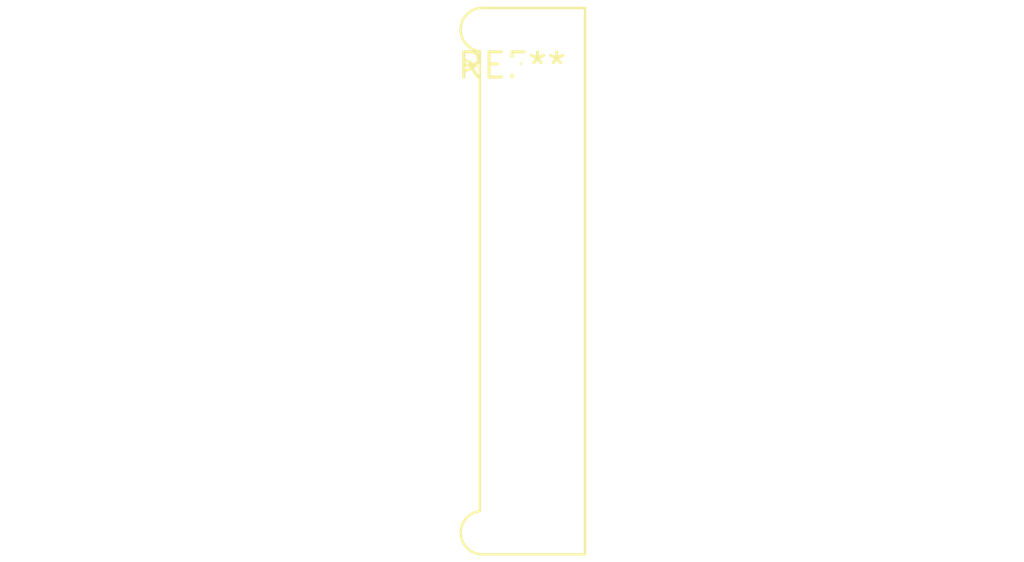
<source format=kicad_pcb>
(kicad_pcb (version 20240108) (generator pcbnew)
  (layers (0 "F.Cu" signal) (31 "B.Cu" signal) (34 "B.Paste" user) (35 "F.Paste" user) (36 "B.SilkS" user "B.Silkscreen") (37 "F.SilkS" user "F.Silkscreen") (38 "B.Mask" user) (39 "F.Mask" user) (44 "Edge.Cuts" user))
  (net 0 "")
  (footprint "Molex_Picoflex_90325-0018_2x09_P1.27mm_Vertical" (layer "F.Cu") (at 0 0)
    (property "Reference" "REF**")
    (property "Value" "Molex_Picoflex_90325-0018_2x09_P1.27mm_Vertical")
    (fp_line (start -2.38 -0.3) (end -2.38 0.3) (layer "F.SilkS") (stroke (width 0.12)))
    (fp_line (start -2.38 0.3) (end -1.78 0) (layer "F.SilkS") (stroke (width 0.12)))
    (fp_line (start -1.78 0) (end -2.38 -0.3) (layer "F.SilkS") (stroke (width 0.12)))
    (fp_line (start -1.61 -0.715) (end -1.61 22.305) (layer "F.SilkS") (stroke (width 0.12)))
    (fp_line (start -1.48 -2.885) (end 3.65 -2.885) (layer "F.SilkS") (stroke (width 0.12)))
    (fp_line (start 3.65 -2.885) (end 3.65 24.475) (layer "F.SilkS") (stroke (width 0.12)))
    (fp_line (start 3.65 24.475) (end -1.48 24.475) (layer "F.SilkS") (stroke (width 0.12)))
    (fp_arc (start -1.61 -0.72) (mid -2.56 -1.93) (end -1.35 -2.88) (layer "F.SilkS") (stroke (width 0.12)))
    (fp_arc (start -1.47 24.475) (mid -2.56 23.494526) (end -1.678256 22.32322) (layer "F.SilkS") (stroke (width 0.12)))
    (pad "" np_thru_hole circle (at -1.48 -1.8) (size 1.5 1.5) (drill 1.5) (layers *.Cu *.Mask))
    (pad "" np_thru_hole circle (at -1.48 23.39) (size 1.5 1.5) (drill 1.5) (layers *.Cu *.Mask))
    (pad "1" thru_hole roundrect (at 0 0) (size 1.8 1.3) (drill 0.8) (layers *.Cu *.Mask) (remove_unused_layers) (roundrect_rratio 0.192308))
    (pad "2" thru_hole oval (at 2.54 1.27) (size 1.8 1.3) (drill 0.8) (layers *.Cu *.Mask) (remove_unused_layers))
    (pad "3" thru_hole oval (at 0 2.54) (size 1.8 1.3) (drill 0.8) (layers *.Cu *.Mask) (remove_unused_layers))
    (pad "4" thru_hole oval (at 2.54 3.81) (size 1.8 1.3) (drill 0.8) (layers *.Cu *.Mask) (remove_unused_layers))
    (pad "5" thru_hole oval (at 0 5.08) (size 1.8 1.3) (drill 0.8) (layers *.Cu *.Mask) (remove_unused_layers))
    (pad "6" thru_hole oval (at 2.54 6.35) (size 1.8 1.3) (drill 0.8) (layers *.Cu *.Mask) (remove_unused_layers))
    (pad "7" thru_hole oval (at 0 7.62) (size 1.8 1.3) (drill 0.8) (layers *.Cu *.Mask) (remove_unused_layers))
    (pad "8" thru_hole oval (at 2.54 8.89) (size 1.8 1.3) (drill 0.8) (layers *.Cu *.Mask) (remove_unused_layers))
    (pad "9" thru_hole oval (at 0 10.16) (size 1.8 1.3) (drill 0.8) (layers *.Cu *.Mask) (remove_unused_layers))
    (pad "10" thru_hole oval (at 2.54 11.43) (size 1.8 1.3) (drill 0.8) (layers *.Cu *.Mask) (remove_unused_layers))
    (pad "11" thru_hole oval (at 0 12.7) (size 1.8 1.3) (drill 0.8) (layers *.Cu *.Mask) (remove_unused_layers))
    (pad "12" thru_hole oval (at 2.54 13.97) (size 1.8 1.3) (drill 0.8) (layers *.Cu *.Mask) (remove_unused_layers))
    (pad "13" thru_hole oval (at 0 15.24) (size 1.8 1.3) (drill 0.8) (layers *.Cu *.Mask) (remove_unused_layers))
    (pad "14" thru_hole oval (at 2.54 16.51) (size 1.8 1.3) (drill 0.8) (layers *.Cu *.Mask) (remove_unused_layers))
    (pad "15" thru_hole oval (at 0 17.78) (size 1.8 1.3) (drill 0.8) (layers *.Cu *.Mask) (remove_unused_layers))
    (pad "16" thru_hole oval (at 2.54 19.05) (size 1.8 1.3) (drill 0.8) (layers *.Cu *.Mask) (remove_unused_layers))
    (pad "17" thru_hole oval (at 0 20.32) (size 1.8 1.3) (drill 0.8) (layers *.Cu *.Mask) (remove_unused_layers))
    (pad "18" thru_hole oval (at 2.54 21.59) (size 1.8 1.3) (drill 0.8) (layers *.Cu *.Mask) (remove_unused_layers))
  )
)
</source>
